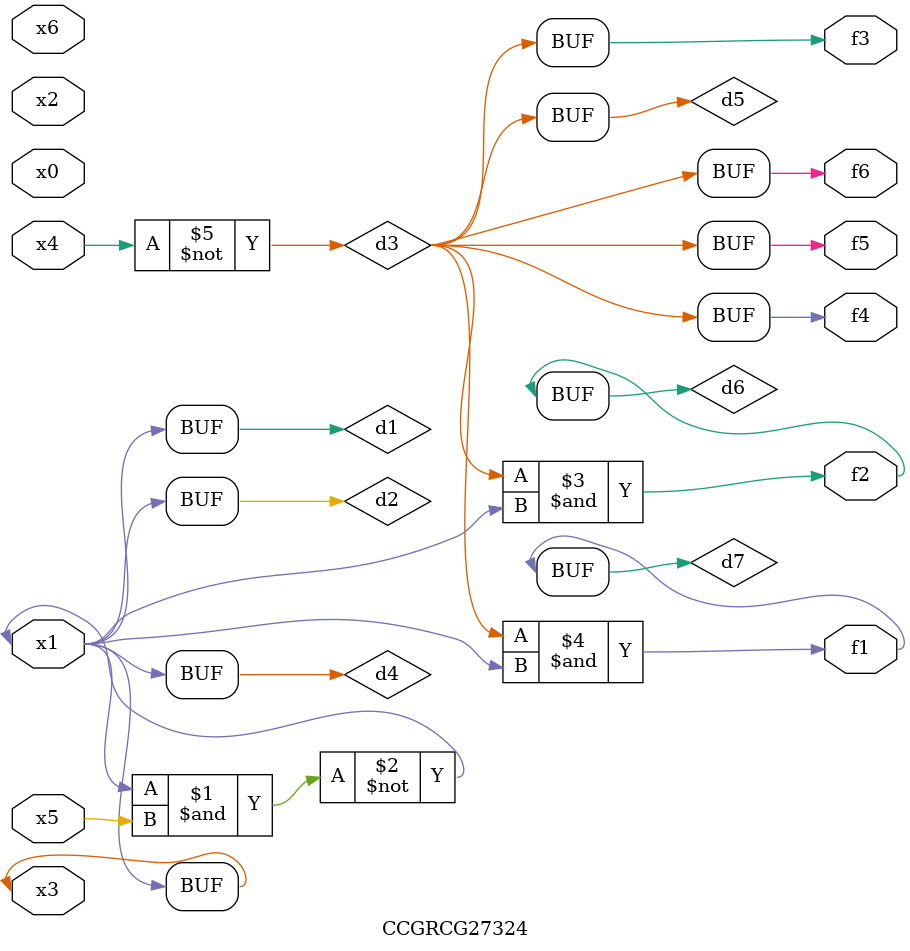
<source format=v>
module CCGRCG27324(
	input x0, x1, x2, x3, x4, x5, x6,
	output f1, f2, f3, f4, f5, f6
);

	wire d1, d2, d3, d4, d5, d6, d7;

	buf (d1, x1, x3);
	nand (d2, x1, x5);
	not (d3, x4);
	buf (d4, d1, d2);
	buf (d5, d3);
	and (d6, d3, d4);
	and (d7, d3, d4);
	assign f1 = d7;
	assign f2 = d6;
	assign f3 = d5;
	assign f4 = d5;
	assign f5 = d5;
	assign f6 = d5;
endmodule

</source>
